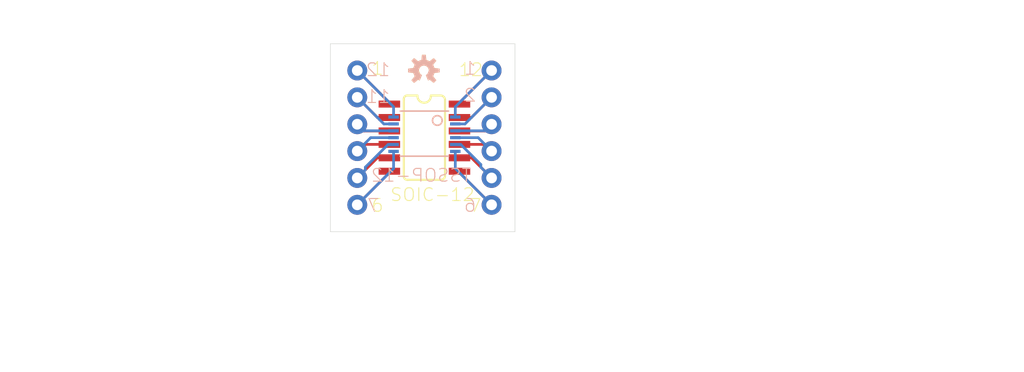
<source format=kicad_pcb>
(kicad_pcb (version 20171130) (host pcbnew 5.1.5-5.1.5)

  (general
    (thickness 1.6)
    (drawings 19)
    (tracks 52)
    (zones 0)
    (modules 7)
    (nets 13)
  )

  (page A4)
  (layers
    (0 Top signal)
    (31 Bottom signal)
    (32 B.Adhes user)
    (33 F.Adhes user)
    (34 B.Paste user)
    (35 F.Paste user)
    (36 B.SilkS user)
    (37 F.SilkS user)
    (38 B.Mask user)
    (39 F.Mask user)
    (40 Dwgs.User user)
    (41 Cmts.User user)
    (42 Eco1.User user)
    (43 Eco2.User user)
    (44 Edge.Cuts user)
    (45 Margin user)
    (46 B.CrtYd user)
    (47 F.CrtYd user)
    (48 B.Fab user)
    (49 F.Fab user hide)
  )

  (setup
    (last_trace_width 0.25)
    (trace_clearance 0.1524)
    (zone_clearance 0.508)
    (zone_45_only no)
    (trace_min 0.2)
    (via_size 0.8)
    (via_drill 0.4)
    (via_min_size 0.4)
    (via_min_drill 0.3)
    (uvia_size 0.3)
    (uvia_drill 0.1)
    (uvias_allowed no)
    (uvia_min_size 0.2)
    (uvia_min_drill 0.1)
    (edge_width 0.05)
    (segment_width 0.2)
    (pcb_text_width 0.3)
    (pcb_text_size 1.5 1.5)
    (mod_edge_width 0.12)
    (mod_text_size 1 1)
    (mod_text_width 0.15)
    (pad_size 1.524 1.524)
    (pad_drill 0.762)
    (pad_to_mask_clearance 0.051)
    (solder_mask_min_width 0.25)
    (aux_axis_origin 0 0)
    (visible_elements FFFFFF7F)
    (pcbplotparams
      (layerselection 0x010fc_ffffffff)
      (usegerberextensions false)
      (usegerberattributes false)
      (usegerberadvancedattributes false)
      (creategerberjobfile false)
      (excludeedgelayer true)
      (linewidth 0.100000)
      (plotframeref false)
      (viasonmask false)
      (mode 1)
      (useauxorigin false)
      (hpglpennumber 1)
      (hpglpenspeed 20)
      (hpglpendiameter 15.000000)
      (psnegative false)
      (psa4output false)
      (plotreference true)
      (plotvalue true)
      (plotinvisibletext false)
      (padsonsilk false)
      (subtractmaskfromsilk false)
      (outputformat 1)
      (mirror false)
      (drillshape 1)
      (scaleselection 1)
      (outputdirectory ""))
  )

  (net 0 "")
  (net 1 "Net-(JP2-Pad6)")
  (net 2 "Net-(JP2-Pad5)")
  (net 3 "Net-(JP2-Pad4)")
  (net 4 "Net-(JP2-Pad3)")
  (net 5 "Net-(JP2-Pad2)")
  (net 6 "Net-(JP2-Pad1)")
  (net 7 "Net-(JP1-Pad1)")
  (net 8 "Net-(JP1-Pad2)")
  (net 9 "Net-(JP1-Pad3)")
  (net 10 "Net-(JP1-Pad4)")
  (net 11 "Net-(JP1-Pad5)")
  (net 12 "Net-(JP1-Pad6)")

  (net_class Default "This is the default net class."
    (clearance 0.1524)
    (trace_width 0.25)
    (via_dia 0.8)
    (via_drill 0.4)
    (uvia_dia 0.3)
    (uvia_drill 0.1)
    (add_net "Net-(JP1-Pad1)")
    (add_net "Net-(JP1-Pad2)")
    (add_net "Net-(JP1-Pad3)")
    (add_net "Net-(JP1-Pad4)")
    (add_net "Net-(JP1-Pad5)")
    (add_net "Net-(JP1-Pad6)")
    (add_net "Net-(JP2-Pad1)")
    (add_net "Net-(JP2-Pad2)")
    (add_net "Net-(JP2-Pad3)")
    (add_net "Net-(JP2-Pad4)")
    (add_net "Net-(JP2-Pad5)")
    (add_net "Net-(JP2-Pad6)")
  )

  (module SOIC12-TSSOP12:CREATIVE_COMMONS (layer Top) (tedit 0) (tstamp 5ED2355A)
    (at 128.8541 126.7918)
    (path /73DA64CA)
    (fp_text reference FRAME1 (at 0 0) (layer F.SilkS) hide
      (effects (font (size 1.27 1.27) (thickness 0.15)))
    )
    (fp_text value FRAME-LETTER (at 0 0) (layer F.SilkS) hide
      (effects (font (size 1.27 1.27) (thickness 0.15)))
    )
    (fp_text user "Designed by:" (at 11.43 0) (layer F.Fab)
      (effects (font (size 1.6891 1.6891) (thickness 0.14224)) (justify left bottom))
    )
    (fp_text user " https://creativecommons.org/licenses/by-sa/4.0/" (at 0 -2.54) (layer F.Fab)
      (effects (font (size 1.6891 1.6891) (thickness 0.14224)) (justify left bottom))
    )
    (fp_text user "Released under the Creative Commons Attribution Share-Alike 4.0 License" (at -20.32 -5.08) (layer F.Fab)
      (effects (font (size 1.6891 1.6891) (thickness 0.14224)) (justify left bottom))
    )
  )

  (module SOIC12-TSSOP12:OSHW-LOGO-S (layer Top) (tedit 0) (tstamp 5ED23560)
    (at 148.6153 98.6486)
    (fp_text reference U$3 (at 0 0) (layer F.SilkS) hide
      (effects (font (size 1.27 1.27) (thickness 0.15)))
    )
    (fp_text value "" (at 0 0) (layer F.SilkS) hide
      (effects (font (size 1.27 1.27) (thickness 0.15)))
    )
    (fp_poly (pts (xy 0.3947 0.9528) (xy 0.5465 0.8746) (xy 0.9235 1.182) (xy 1.182 0.9235)
      (xy 0.8746 0.5465) (xy 1.0049 0.232) (xy 1.4888 0.1828) (xy 1.4888 -0.1828)
      (xy 1.0049 -0.232) (xy 0.8746 -0.5465) (xy 1.182 -0.9235) (xy 0.9235 -1.182)
      (xy 0.5465 -0.8746) (xy 0.394664 -0.952817) (xy 0.232 -1.0049) (xy 0.1828 -1.4888)
      (xy -0.1828 -1.4888) (xy -0.232 -1.0049) (xy -0.5465 -0.8746) (xy -0.9235 -1.182)
      (xy -1.182 -0.9235) (xy -0.8746 -0.5465) (xy -1.0049 -0.232) (xy -1.4888 -0.1828)
      (xy -1.4888 0.1828) (xy -1.0049 0.232) (xy -0.8746 0.5465) (xy -1.182 0.9235)
      (xy -0.9235 1.182) (xy -0.5465 0.8746) (xy -0.472221 0.916847) (xy -0.3947 0.9528)
      (xy -0.1794 0.4331) (xy -0.179399 0.4331) (xy -0.3315 0.331493) (xy -0.4688 0)
      (xy -0.446639 -0.142321) (xy -0.382309 -0.271193) (xy -0.281885 -0.374447) (xy -0.154849 -0.442333)
      (xy -0.013199 -0.468439) (xy 0.129691 -0.450302) (xy 0.260326 -0.389633) (xy 0.366372 -0.292161)
      (xy 0.437814 -0.167091) (xy 0.467906 -0.026234) (xy 0.453806 0.117111) (xy 0.396846 0.249406)
      (xy 0.302405 0.358159) (xy 0.1794 0.4331)) (layer F.SilkS) (width 0))
  )

  (module SOIC12-TSSOP12:OSHW-LOGO-S (layer Bottom) (tedit 0) (tstamp 5ED23564)
    (at 148.6153 98.6486 180)
    (fp_text reference U$4 (at 0 0 180) (layer B.SilkS) hide
      (effects (font (size 1.27 1.27) (thickness 0.15)) (justify mirror))
    )
    (fp_text value "" (at 0 0 180) (layer B.SilkS) hide
      (effects (font (size 1.27 1.27) (thickness 0.15)) (justify mirror))
    )
    (fp_poly (pts (xy 0.3947 -0.9528) (xy 0.5465 -0.8746) (xy 0.9235 -1.182) (xy 1.182 -0.9235)
      (xy 0.8746 -0.5465) (xy 1.0049 -0.232) (xy 1.4888 -0.1828) (xy 1.4888 0.1828)
      (xy 1.0049 0.232) (xy 0.8746 0.5465) (xy 1.182 0.9235) (xy 0.9235 1.182)
      (xy 0.5465 0.8746) (xy 0.394664 0.952817) (xy 0.232 1.0049) (xy 0.1828 1.4888)
      (xy -0.1828 1.4888) (xy -0.232 1.0049) (xy -0.5465 0.8746) (xy -0.9235 1.182)
      (xy -1.182 0.9235) (xy -0.8746 0.5465) (xy -1.0049 0.232) (xy -1.4888 0.1828)
      (xy -1.4888 -0.1828) (xy -1.0049 -0.232) (xy -0.8746 -0.5465) (xy -1.182 -0.9235)
      (xy -0.9235 -1.182) (xy -0.5465 -0.8746) (xy -0.472221 -0.916847) (xy -0.3947 -0.9528)
      (xy -0.1794 -0.4331) (xy -0.179399 -0.4331) (xy -0.3315 -0.331493) (xy -0.4688 0)
      (xy -0.446639 0.142321) (xy -0.382309 0.271193) (xy -0.281885 0.374447) (xy -0.154849 0.442333)
      (xy -0.013199 0.468439) (xy 0.129691 0.450302) (xy 0.260326 0.389633) (xy 0.366372 0.292161)
      (xy 0.437814 0.167091) (xy 0.467906 0.026234) (xy 0.453806 -0.117111) (xy 0.396846 -0.249406)
      (xy 0.302405 -0.358159) (xy 0.1794 -0.4331)) (layer B.SilkS) (width 0))
  )

  (module SOIC12-TSSOP12:SOIC-12 (layer Top) (tedit 0) (tstamp 5ED23568)
    (at 148.6661 104.9986 270)
    (path /BABD3B23)
    (fp_text reference U$1 (at -4.318 1.9685) (layer F.SilkS) hide
      (effects (font (size 1.2065 1.2065) (thickness 0.127)) (justify left bottom))
    )
    (fp_text value SOIC-12 (at 0 0 270) (layer F.SilkS) hide
      (effects (font (size 1.27 1.27) (thickness 0.15)) (justify right top))
    )
    (fp_poly (pts (xy 2.921 -2.2733) (xy 3.429 -2.2733) (xy 3.429 -3.7465) (xy 2.921 -3.7465)) (layer F.Fab) (width 0))
    (fp_poly (pts (xy 1.651 -2.2733) (xy 2.159 -2.2733) (xy 2.159 -3.7465) (xy 1.651 -3.7465)) (layer F.Fab) (width 0))
    (fp_poly (pts (xy 0.381 -2.2733) (xy 0.889 -2.2733) (xy 0.889 -3.7465) (xy 0.381 -3.7465)) (layer F.Fab) (width 0))
    (fp_poly (pts (xy -0.889 -2.2733) (xy -0.381 -2.2733) (xy -0.381 -3.7465) (xy -0.889 -3.7465)) (layer F.Fab) (width 0))
    (fp_poly (pts (xy -2.159 -2.2733) (xy -1.651 -2.2733) (xy -1.651 -3.7465) (xy -2.159 -3.7465)) (layer F.Fab) (width 0))
    (fp_poly (pts (xy -3.429 -2.2733) (xy -2.921 -2.2733) (xy -2.921 -3.7465) (xy -3.429 -3.7465)) (layer F.Fab) (width 0))
    (fp_poly (pts (xy 2.921 3.7465) (xy 3.429 3.7465) (xy 3.429 2.2733) (xy 2.921 2.2733)) (layer F.Fab) (width 0))
    (fp_poly (pts (xy 1.651 3.7465) (xy 2.159 3.7465) (xy 2.159 2.2733) (xy 1.651 2.2733)) (layer F.Fab) (width 0))
    (fp_poly (pts (xy 0.381 3.7465) (xy 0.889 3.7465) (xy 0.889 2.2733) (xy 0.381 2.2733)) (layer F.Fab) (width 0))
    (fp_poly (pts (xy -0.889 3.7465) (xy -0.381 3.7465) (xy -0.381 2.2733) (xy -0.889 2.2733)) (layer F.Fab) (width 0))
    (fp_poly (pts (xy -2.159 3.7465) (xy -1.651 3.7465) (xy -1.651 2.2733) (xy -2.159 2.2733)) (layer F.Fab) (width 0))
    (fp_poly (pts (xy -3.429 3.7465) (xy -2.921 3.7465) (xy -2.921 2.2733) (xy -3.429 2.2733)) (layer F.Fab) (width 0))
    (fp_line (start -3.9878 1.6653) (end -3.9878 0.6604) (layer F.SilkS) (width 0.2032))
    (fp_line (start -3.9878 -1.4526) (end -3.9878 -0.6096) (layer F.SilkS) (width 0.2032))
    (fp_arc (start -3.937 0.0254) (end -3.937 -0.6096) (angle 180) (layer F.SilkS) (width 0.2032))
    (fp_line (start 3.9878 1.5653) (end 3.9878 -1.5653) (layer F.SilkS) (width 0.2032))
    (fp_line (start -3.6068 1.9463) (end 3.7068 1.9463) (layer F.SilkS) (width 0.2032))
    (fp_arc (start -3.656947 1.6155) (end -3.9878 1.6653) (angle -90.060185) (layer F.SilkS) (width 0.2032))
    (fp_arc (start 3.606899 -1.565399) (end 3.6068 -1.9463) (angle 90.030084) (layer F.SilkS) (width 0.2032))
    (fp_arc (start -3.5569 -1.515379) (end -3.9878 -1.4653) (angle 90.023829) (layer F.SilkS) (width 0.2032))
    (fp_arc (start 3.6568 1.6153) (end 3.7068 1.9463) (angle -90) (layer F.SilkS) (width 0.2032))
    (fp_line (start 3.6068 -1.9463) (end -3.6068 -1.9463) (layer F.SilkS) (width 0.2032))
    (pad 12 smd rect (at -3.175 -3.3147 270) (size 0.6604 2.032) (layers Top F.Paste F.Mask)
      (net 1 "Net-(JP2-Pad6)") (solder_mask_margin 0.0762))
    (pad 11 smd rect (at -1.905 -3.3147 270) (size 0.6604 2.032) (layers Top F.Paste F.Mask)
      (net 2 "Net-(JP2-Pad5)") (solder_mask_margin 0.0762))
    (pad 10 smd rect (at -0.635 -3.3147 270) (size 0.6604 2.032) (layers Top F.Paste F.Mask)
      (net 3 "Net-(JP2-Pad4)") (solder_mask_margin 0.0762))
    (pad 9 smd rect (at 0.635 -3.3147 270) (size 0.6604 2.032) (layers Top F.Paste F.Mask)
      (net 4 "Net-(JP2-Pad3)") (solder_mask_margin 0.0762))
    (pad 8 smd rect (at 1.905 -3.3147 270) (size 0.6604 2.032) (layers Top F.Paste F.Mask)
      (net 5 "Net-(JP2-Pad2)") (solder_mask_margin 0.0762))
    (pad 7 smd rect (at 3.175 -3.3147 270) (size 0.6604 2.032) (layers Top F.Paste F.Mask)
      (net 6 "Net-(JP2-Pad1)") (solder_mask_margin 0.0762))
    (pad 6 smd rect (at 3.175 3.3147 270) (size 0.6604 2.032) (layers Top F.Paste F.Mask)
      (net 7 "Net-(JP1-Pad1)") (solder_mask_margin 0.0762))
    (pad 5 smd rect (at 1.905 3.3147 270) (size 0.6604 2.032) (layers Top F.Paste F.Mask)
      (net 8 "Net-(JP1-Pad2)") (solder_mask_margin 0.0762))
    (pad 4 smd rect (at 0.635 3.3147 270) (size 0.6604 2.032) (layers Top F.Paste F.Mask)
      (net 9 "Net-(JP1-Pad3)") (solder_mask_margin 0.0762))
    (pad 3 smd rect (at -0.635 3.3147 270) (size 0.6604 2.032) (layers Top F.Paste F.Mask)
      (net 10 "Net-(JP1-Pad4)") (solder_mask_margin 0.0762))
    (pad 2 smd rect (at -1.905 3.3147 270) (size 0.6604 2.032) (layers Top F.Paste F.Mask)
      (net 11 "Net-(JP1-Pad5)") (solder_mask_margin 0.0762))
    (pad 1 smd rect (at -3.175 3.3147 270) (size 0.6604 2.032) (layers Top F.Paste F.Mask)
      (net 12 "Net-(JP1-Pad6)") (solder_mask_margin 0.0762))
  )

  (module SOIC12-TSSOP12:TSSOP12 (layer Bottom) (tedit 0) (tstamp 5ED2358D)
    (at 148.6661 104.9986 270)
    (path /A8B04D1A)
    (fp_text reference U$2 (at -2.8956 -2.0828 180) (layer B.SilkS) hide
      (effects (font (size 0.9652 0.9652) (thickness 0.1016)) (justify right bottom mirror))
    )
    (fp_text value TSSOP-12 (at 3.1242 -2.0828 180) (layer B.Fab) hide
      (effects (font (size 0.9652 0.9652) (thickness 0.1016)) (justify right bottom mirror))
    )
    (fp_poly (pts (xy -2.0516 2.2828) (xy -1.8484 2.2828) (xy -1.8484 3.121) (xy -2.0516 3.121)) (layer B.Fab) (width 0))
    (fp_poly (pts (xy -1.4016 2.2828) (xy -1.1984 2.2828) (xy -1.1984 3.121) (xy -1.4016 3.121)) (layer B.Fab) (width 0))
    (fp_poly (pts (xy -0.7516 2.2828) (xy -0.5484 2.2828) (xy -0.5484 3.121) (xy -0.7516 3.121)) (layer B.Fab) (width 0))
    (fp_poly (pts (xy -0.1016 2.2828) (xy 0.1016 2.2828) (xy 0.1016 3.121) (xy -0.1016 3.121)) (layer B.Fab) (width 0))
    (fp_poly (pts (xy 0.5484 2.2828) (xy 0.7516 2.2828) (xy 0.7516 3.121) (xy 0.5484 3.121)) (layer B.Fab) (width 0))
    (fp_poly (pts (xy 1.1984 2.2828) (xy 1.4016 2.2828) (xy 1.4016 3.121) (xy 1.1984 3.121)) (layer B.Fab) (width 0))
    (fp_poly (pts (xy 1.1984 -3.121) (xy 1.4016 -3.121) (xy 1.4016 -2.2828) (xy 1.1984 -2.2828)) (layer B.Fab) (width 0))
    (fp_poly (pts (xy 0.5484 -3.121) (xy 0.7516 -3.121) (xy 0.7516 -2.2828) (xy 0.5484 -2.2828)) (layer B.Fab) (width 0))
    (fp_poly (pts (xy -0.1016 -3.121) (xy 0.1016 -3.121) (xy 0.1016 -2.2828) (xy -0.1016 -2.2828)) (layer B.Fab) (width 0))
    (fp_poly (pts (xy -0.7516 -3.121) (xy -0.5484 -3.121) (xy -0.5484 -2.2828) (xy -0.7516 -2.2828)) (layer B.Fab) (width 0))
    (fp_poly (pts (xy -1.4016 -3.121) (xy -1.1984 -3.121) (xy -1.1984 -2.2828) (xy -1.4016 -2.2828)) (layer B.Fab) (width 0))
    (fp_poly (pts (xy -2.0516 -3.121) (xy -1.8484 -3.121) (xy -1.8484 -2.2828) (xy -2.0516 -2.2828)) (layer B.Fab) (width 0))
    (fp_circle (center -1.6256 -1.2192) (end -1.1684 -1.2192) (layer B.SilkS) (width 0.1524))
    (fp_line (start -2.5146 -2.2828) (end -2.5146 2.2828) (layer B.SilkS) (width 0.1524))
    (fp_line (start 1.7526 2.2828) (end -2.5146 2.2828) (layer B.Fab) (width 0.1524))
    (fp_line (start 1.7526 2.2828) (end 1.7526 -2.2828) (layer B.SilkS) (width 0.1524))
    (fp_line (start -2.5146 -2.2828) (end 1.7526 -2.2828) (layer B.Fab) (width 0.1524))
    (pad 12 smd rect (at -1.95 2.9178 270) (size 0.3048 0.9906) (layers Bottom B.Paste B.Mask)
      (net 12 "Net-(JP1-Pad6)") (solder_mask_margin 0.0762))
    (pad 11 smd rect (at -1.3 2.9178 270) (size 0.3048 0.9906) (layers Bottom B.Paste B.Mask)
      (net 11 "Net-(JP1-Pad5)") (solder_mask_margin 0.0762))
    (pad 10 smd rect (at -0.65 2.9178 270) (size 0.3048 0.9906) (layers Bottom B.Paste B.Mask)
      (net 10 "Net-(JP1-Pad4)") (solder_mask_margin 0.0762))
    (pad 9 smd rect (at 0 2.9178 270) (size 0.3048 0.9906) (layers Bottom B.Paste B.Mask)
      (net 9 "Net-(JP1-Pad3)") (solder_mask_margin 0.0762))
    (pad 8 smd rect (at 0.65 2.9178 270) (size 0.3048 0.9906) (layers Bottom B.Paste B.Mask)
      (net 8 "Net-(JP1-Pad2)") (solder_mask_margin 0.0762))
    (pad 7 smd rect (at 1.3 2.9178 270) (size 0.3048 0.9906) (layers Bottom B.Paste B.Mask)
      (net 7 "Net-(JP1-Pad1)") (solder_mask_margin 0.0762))
    (pad 6 smd rect (at 1.3 -2.9178 270) (size 0.3048 0.9906) (layers Bottom B.Paste B.Mask)
      (net 6 "Net-(JP2-Pad1)") (solder_mask_margin 0.0762))
    (pad 5 smd rect (at 0.65 -2.9178 270) (size 0.3048 0.9906) (layers Bottom B.Paste B.Mask)
      (net 5 "Net-(JP2-Pad2)") (solder_mask_margin 0.0762))
    (pad 4 smd rect (at 0 -2.9178 270) (size 0.3048 0.9906) (layers Bottom B.Paste B.Mask)
      (net 4 "Net-(JP2-Pad3)") (solder_mask_margin 0.0762))
    (pad 3 smd rect (at -0.65 -2.9178 270) (size 0.3048 0.9906) (layers Bottom B.Paste B.Mask)
      (net 3 "Net-(JP2-Pad4)") (solder_mask_margin 0.0762))
    (pad 2 smd rect (at -1.3 -2.9178 270) (size 0.3048 0.9906) (layers Bottom B.Paste B.Mask)
      (net 2 "Net-(JP2-Pad5)") (solder_mask_margin 0.0762))
    (pad 1 smd rect (at -1.95 -2.9178 270) (size 0.3048 0.9906) (layers Bottom B.Paste B.Mask)
      (net 1 "Net-(JP2-Pad6)") (solder_mask_margin 0.0762))
  )

  (module SOIC12-TSSOP12:1X06_NO_SILK (layer Top) (tedit 0) (tstamp 5ED235AD)
    (at 142.3161 111.3486 90)
    (path /2F430EF2)
    (fp_text reference JP1 (at -1.3462 -1.8288 90) (layer F.SilkS) hide
      (effects (font (size 1.2065 1.2065) (thickness 0.127)) (justify left bottom))
    )
    (fp_text value M06NO_SILK (at -1.27 3.175 90) (layer F.Fab)
      (effects (font (size 1.2065 1.2065) (thickness 0.09652)) (justify left bottom))
    )
    (fp_poly (pts (xy -0.254 0.254) (xy 0.254 0.254) (xy 0.254 -0.254) (xy -0.254 -0.254)) (layer F.Fab) (width 0))
    (fp_poly (pts (xy 2.286 0.254) (xy 2.794 0.254) (xy 2.794 -0.254) (xy 2.286 -0.254)) (layer F.Fab) (width 0))
    (fp_poly (pts (xy 4.826 0.254) (xy 5.334 0.254) (xy 5.334 -0.254) (xy 4.826 -0.254)) (layer F.Fab) (width 0))
    (fp_poly (pts (xy 7.366 0.254) (xy 7.874 0.254) (xy 7.874 -0.254) (xy 7.366 -0.254)) (layer F.Fab) (width 0))
    (fp_poly (pts (xy 9.906 0.254) (xy 10.414 0.254) (xy 10.414 -0.254) (xy 9.906 -0.254)) (layer F.Fab) (width 0))
    (fp_poly (pts (xy 12.446 0.254) (xy 12.954 0.254) (xy 12.954 -0.254) (xy 12.446 -0.254)) (layer F.Fab) (width 0))
    (pad 6 thru_hole circle (at 12.7 0 180) (size 1.8796 1.8796) (drill 1.016) (layers *.Cu *.Mask)
      (net 12 "Net-(JP1-Pad6)") (solder_mask_margin 0.0762))
    (pad 5 thru_hole circle (at 10.16 0 180) (size 1.8796 1.8796) (drill 1.016) (layers *.Cu *.Mask)
      (net 11 "Net-(JP1-Pad5)") (solder_mask_margin 0.0762))
    (pad 4 thru_hole circle (at 7.62 0 180) (size 1.8796 1.8796) (drill 1.016) (layers *.Cu *.Mask)
      (net 10 "Net-(JP1-Pad4)") (solder_mask_margin 0.0762))
    (pad 3 thru_hole circle (at 5.08 0 180) (size 1.8796 1.8796) (drill 1.016) (layers *.Cu *.Mask)
      (net 9 "Net-(JP1-Pad3)") (solder_mask_margin 0.0762))
    (pad 2 thru_hole circle (at 2.54 0 180) (size 1.8796 1.8796) (drill 1.016) (layers *.Cu *.Mask)
      (net 8 "Net-(JP1-Pad2)") (solder_mask_margin 0.0762))
    (pad 1 thru_hole circle (at 0 0 180) (size 1.8796 1.8796) (drill 1.016) (layers *.Cu *.Mask)
      (net 7 "Net-(JP1-Pad1)") (solder_mask_margin 0.0762))
  )

  (module SOIC12-TSSOP12:1X06_NO_SILK (layer Top) (tedit 0) (tstamp 5ED235BC)
    (at 155.0161 111.3486 90)
    (path /FA93C76E)
    (fp_text reference JP2 (at -1.3462 -1.8288 90) (layer F.SilkS) hide
      (effects (font (size 1.2065 1.2065) (thickness 0.127)) (justify left bottom))
    )
    (fp_text value M06NO_SILK (at -1.27 3.175 90) (layer F.Fab)
      (effects (font (size 1.2065 1.2065) (thickness 0.09652)) (justify left bottom))
    )
    (fp_poly (pts (xy -0.254 0.254) (xy 0.254 0.254) (xy 0.254 -0.254) (xy -0.254 -0.254)) (layer F.Fab) (width 0))
    (fp_poly (pts (xy 2.286 0.254) (xy 2.794 0.254) (xy 2.794 -0.254) (xy 2.286 -0.254)) (layer F.Fab) (width 0))
    (fp_poly (pts (xy 4.826 0.254) (xy 5.334 0.254) (xy 5.334 -0.254) (xy 4.826 -0.254)) (layer F.Fab) (width 0))
    (fp_poly (pts (xy 7.366 0.254) (xy 7.874 0.254) (xy 7.874 -0.254) (xy 7.366 -0.254)) (layer F.Fab) (width 0))
    (fp_poly (pts (xy 9.906 0.254) (xy 10.414 0.254) (xy 10.414 -0.254) (xy 9.906 -0.254)) (layer F.Fab) (width 0))
    (fp_poly (pts (xy 12.446 0.254) (xy 12.954 0.254) (xy 12.954 -0.254) (xy 12.446 -0.254)) (layer F.Fab) (width 0))
    (pad 6 thru_hole circle (at 12.7 0 180) (size 1.8796 1.8796) (drill 1.016) (layers *.Cu *.Mask)
      (net 1 "Net-(JP2-Pad6)") (solder_mask_margin 0.0762))
    (pad 5 thru_hole circle (at 10.16 0 180) (size 1.8796 1.8796) (drill 1.016) (layers *.Cu *.Mask)
      (net 2 "Net-(JP2-Pad5)") (solder_mask_margin 0.0762))
    (pad 4 thru_hole circle (at 7.62 0 180) (size 1.8796 1.8796) (drill 1.016) (layers *.Cu *.Mask)
      (net 3 "Net-(JP2-Pad4)") (solder_mask_margin 0.0762))
    (pad 3 thru_hole circle (at 5.08 0 180) (size 1.8796 1.8796) (drill 1.016) (layers *.Cu *.Mask)
      (net 4 "Net-(JP2-Pad3)") (solder_mask_margin 0.0762))
    (pad 2 thru_hole circle (at 2.54 0 180) (size 1.8796 1.8796) (drill 1.016) (layers *.Cu *.Mask)
      (net 5 "Net-(JP2-Pad2)") (solder_mask_margin 0.0762))
    (pad 1 thru_hole circle (at 0 0 180) (size 1.8796 1.8796) (drill 1.016) (layers *.Cu *.Mask)
      (net 6 "Net-(JP2-Pad1)") (solder_mask_margin 0.0762))
  )

  (dimension 17.77 (width 0.15) (layer Dwgs.User)
    (gr_text "17.770 mm" (at 160.05 105.0036 270) (layer Dwgs.User)
      (effects (font (size 1 1) (thickness 0.15)))
    )
    (feature1 (pts (xy 157.2261 113.8886) (xy 159.336421 113.8886)))
    (feature2 (pts (xy 157.2261 96.1186) (xy 159.336421 96.1186)))
    (crossbar (pts (xy 158.75 96.1186) (xy 158.75 113.8886)))
    (arrow1a (pts (xy 158.75 113.8886) (xy 158.163579 112.762096)))
    (arrow1b (pts (xy 158.75 113.8886) (xy 159.336421 112.762096)))
    (arrow2a (pts (xy 158.75 96.1186) (xy 158.163579 97.245104)))
    (arrow2b (pts (xy 158.75 96.1186) (xy 159.336421 97.245104)))
  )
  (dimension 17.45 (width 0.15) (layer Dwgs.User)
    (gr_text "17.450 mm" (at 148.5011 92.68) (layer Dwgs.User)
      (effects (font (size 1 1) (thickness 0.15)))
    )
    (feature1 (pts (xy 157.2261 96.1186) (xy 157.2261 93.393579)))
    (feature2 (pts (xy 139.7761 96.1186) (xy 139.7761 93.393579)))
    (crossbar (pts (xy 139.7761 93.98) (xy 157.2261 93.98)))
    (arrow1a (pts (xy 157.2261 93.98) (xy 156.099596 94.566421)))
    (arrow1b (pts (xy 157.2261 93.98) (xy 156.099596 93.393579)))
    (arrow2a (pts (xy 139.7761 93.98) (xy 140.902604 94.566421)))
    (arrow2b (pts (xy 139.7761 93.98) (xy 140.902604 93.393579)))
  )
  (gr_line (start 139.7761 113.8886) (end 157.2261 113.8886) (layer Edge.Cuts) (width 0.05) (tstamp 5336D270))
  (gr_line (start 157.2261 113.8886) (end 157.2261 96.1186) (layer Edge.Cuts) (width 0.05) (tstamp 5336D720))
  (gr_line (start 157.2261 96.1186) (end 139.7761 96.1186) (layer Edge.Cuts) (width 0.05) (tstamp 5427B280))
  (gr_line (start 139.7761 96.1186) (end 139.7761 113.8886) (layer Edge.Cuts) (width 0.05) (tstamp 5427B700))
  (gr_text TSSOP-12 (at 153.1619 109.2658) (layer B.SilkS) (tstamp 5427BC30)
    (effects (font (size 1.2065 1.2065) (thickness 0.1016)) (justify left bottom mirror))
  )
  (gr_text SOIC-12 (at 145.3641 111.0946) (layer F.SilkS) (tstamp 5427C120)
    (effects (font (size 1.2065 1.2065) (thickness 0.1016)) (justify left bottom))
  )
  (gr_text 1 (at 143.5861 99.1566) (layer F.SilkS) (tstamp 5427C580)
    (effects (font (size 1.2065 1.2065) (thickness 0.1016)) (justify left bottom))
  )
  (gr_text 6 (at 143.5861 112.1106) (layer F.SilkS) (tstamp 5335EFD0)
    (effects (font (size 1.2065 1.2065) (thickness 0.1016)) (justify left bottom))
  )
  (gr_text 7 (at 152.8571 112.1106) (layer F.SilkS) (tstamp 5335F380)
    (effects (font (size 1.2065 1.2065) (thickness 0.1016)) (justify left bottom))
  )
  (gr_text 12 (at 151.8411 99.2836) (layer F.SilkS) (tstamp 5335F7C0)
    (effects (font (size 1.2065 1.2065) (thickness 0.1016)) (justify left bottom))
  )
  (gr_text 1 (at 153.6191 99.1566) (layer B.SilkS) (tstamp 5335FC00)
    (effects (font (size 1.2065 1.2065) (thickness 0.1016)) (justify left bottom mirror))
  )
  (gr_text 2 (at 153.6191 101.6966) (layer B.SilkS) (tstamp 533600C0)
    (effects (font (size 1.2065 1.2065) (thickness 0.1016)) (justify left bottom mirror))
  )
  (gr_text 6 (at 153.6191 112.1106) (layer B.SilkS) (tstamp 53360580)
    (effects (font (size 1.2065 1.2065) (thickness 0.1016)) (justify left bottom mirror))
  )
  (gr_text 7 (at 144.4751 112.1106) (layer B.SilkS) (tstamp 53360A40)
    (effects (font (size 1.2065 1.2065) (thickness 0.1016)) (justify left bottom mirror))
  )
  (gr_text 11 (at 145.4911 101.8236) (layer B.SilkS) (tstamp 5426EDA0)
    (effects (font (size 1.2065 1.2065) (thickness 0.1016)) (justify left bottom mirror))
  )
  (gr_text 12 (at 145.4911 99.2836) (layer B.SilkS) (tstamp 5426F250)
    (effects (font (size 1.2065 1.2065) (thickness 0.1016)) (justify left bottom mirror))
  )
  (gr_text "Kevin Neubauer" (at 155.2701 126.8426) (layer F.Fab) (tstamp 5426F700)
    (effects (font (size 1.6891 1.6891) (thickness 0.14224)) (justify left bottom))
  )

  (segment (start 151.9808 101.8236) (end 151.9808 101.6839) (width 0.254) (layer Top) (net 1) (tstamp 54243230))
  (segment (start 151.9808 101.6839) (end 155.0161 98.6486) (width 0.254) (layer Top) (net 1) (tstamp 54243770))
  (segment (start 151.5839 103.0486) (end 151.5839 102.0808) (width 0.254) (layer Bottom) (net 1) (tstamp 54243C30))
  (segment (start 151.5839 102.0808) (end 155.0161 98.6486) (width 0.254) (layer Bottom) (net 1) (tstamp 542440E0))
  (segment (start 151.9808 103.0936) (end 153.1111 103.0936) (width 0.254) (layer Top) (net 2) (tstamp 54244D00))
  (segment (start 153.1111 103.0936) (end 155.0161 101.1886) (width 0.254) (layer Top) (net 2) (tstamp 54245240))
  (segment (start 151.5839 103.6986) (end 152.5061 103.6986) (width 0.254) (layer Bottom) (net 2) (tstamp 54245700))
  (segment (start 152.5061 103.6986) (end 155.0161 101.1886) (width 0.254) (layer Bottom) (net 2) (tstamp 54245B90))
  (segment (start 151.9808 104.3636) (end 154.3811 104.3636) (width 0.254) (layer Top) (net 3) (tstamp 54246770))
  (segment (start 154.3811 104.3636) (end 155.0161 103.7286) (width 0.254) (layer Top) (net 3) (tstamp 54246CB0))
  (segment (start 151.5839 104.3486) (end 154.3961 104.3486) (width 0.254) (layer Bottom) (net 3) (tstamp 54247170))
  (segment (start 154.3961 104.3486) (end 155.0161 103.7286) (width 0.254) (layer Bottom) (net 3) (tstamp 54247620))
  (segment (start 151.9808 105.6336) (end 154.3811 105.6336) (width 0.254) (layer Top) (net 4) (tstamp 54248220))
  (segment (start 154.3811 105.6336) (end 155.0161 106.2686) (width 0.254) (layer Top) (net 4) (tstamp 54248760))
  (segment (start 151.5839 104.9986) (end 153.7461 104.9986) (width 0.254) (layer Bottom) (net 4) (tstamp 54248C20))
  (segment (start 153.7461 104.9986) (end 155.0161 106.2686) (width 0.254) (layer Bottom) (net 4) (tstamp 542490D0))
  (segment (start 151.9808 106.9036) (end 153.1111 106.9036) (width 0.254) (layer Top) (net 5) (tstamp 54249CD0))
  (segment (start 153.1111 106.9036) (end 155.0161 108.8086) (width 0.254) (layer Top) (net 5) (tstamp 5424A210))
  (segment (start 151.5839 105.6486) (end 152.1101 105.6486) (width 0.254) (layer Bottom) (net 5) (tstamp 5424A6D0))
  (segment (start 152.1101 105.6486) (end 154.0001 107.5386) (width 0.254) (layer Bottom) (net 5) (tstamp 5424AB90))
  (segment (start 154.0001 107.5386) (end 154.0001 107.7926) (width 0.254) (layer Bottom) (net 5) (tstamp 5424B050))
  (segment (start 154.0001 107.7926) (end 155.0161 108.8086) (width 0.254) (layer Bottom) (net 5) (tstamp 5424B520))
  (segment (start 151.9808 108.1736) (end 151.9808 108.3133) (width 0.254) (layer Top) (net 6) (tstamp 5424C140))
  (segment (start 151.9808 108.3133) (end 155.0161 111.3486) (width 0.254) (layer Top) (net 6) (tstamp 5424C680))
  (segment (start 151.5839 106.2986) (end 151.5839 107.9164) (width 0.254) (layer Bottom) (net 6) (tstamp 5424CB40))
  (segment (start 151.5839 107.9164) (end 155.0161 111.3486) (width 0.254) (layer Bottom) (net 6) (tstamp 5424D010))
  (segment (start 145.3514 108.1736) (end 145.3514 108.3133) (width 0.254) (layer Top) (net 7) (tstamp 54241740))
  (segment (start 145.3514 108.3133) (end 142.3161 111.3486) (width 0.254) (layer Top) (net 7) (tstamp 54241C80))
  (segment (start 145.7483 106.2986) (end 145.7483 107.9164) (width 0.254) (layer Bottom) (net 7) (tstamp 54242140))
  (segment (start 145.7483 107.9164) (end 142.3161 111.3486) (width 0.254) (layer Bottom) (net 7) (tstamp 54242610))
  (segment (start 145.3514 106.9036) (end 144.2211 106.9036) (width 0.254) (layer Top) (net 8) (tstamp 5423F350))
  (segment (start 144.2211 106.9036) (end 142.3161 108.8086) (width 0.254) (layer Top) (net 8) (tstamp 5423F880))
  (segment (start 145.7483 105.6486) (end 145.2221 105.6486) (width 0.254) (layer Bottom) (net 8) (tstamp 5423FD30))
  (segment (start 145.2221 105.6486) (end 143.0781 107.7926) (width 0.254) (layer Bottom) (net 8) (tstamp 542401E0))
  (segment (start 143.0781 107.7926) (end 143.0781 108.0466) (width 0.254) (layer Bottom) (net 8) (tstamp 54240690))
  (segment (start 143.0781 108.0466) (end 142.3161 108.8086) (width 0.254) (layer Bottom) (net 8) (tstamp 54240B50))
  (segment (start 145.3514 105.6336) (end 142.9511 105.6336) (width 0.254) (layer Top) (net 9) (tstamp 5423D8E0))
  (segment (start 142.9511 105.6336) (end 142.3161 106.2686) (width 0.254) (layer Top) (net 9) (tstamp 5423DE10))
  (segment (start 145.7483 104.9986) (end 143.5861 104.9986) (width 0.254) (layer Bottom) (net 9) (tstamp 5423E2C0))
  (segment (start 143.5861 104.9986) (end 142.3161 106.2686) (width 0.254) (layer Bottom) (net 9) (tstamp 5423E770))
  (segment (start 145.3514 104.3636) (end 142.9511 104.3636) (width 0.254) (layer Top) (net 10) (tstamp 5423BE70))
  (segment (start 142.9511 104.3636) (end 142.3161 103.7286) (width 0.254) (layer Top) (net 10) (tstamp 5423C3A0))
  (segment (start 145.7483 104.3486) (end 142.9361 104.3486) (width 0.254) (layer Bottom) (net 10) (tstamp 5423C850))
  (segment (start 142.9361 104.3486) (end 142.3161 103.7286) (width 0.254) (layer Bottom) (net 10) (tstamp 5423CD00))
  (segment (start 145.3514 103.0936) (end 144.2211 103.0936) (width 0.254) (layer Top) (net 11) (tstamp 5423A400))
  (segment (start 144.2211 103.0936) (end 142.3161 101.1886) (width 0.254) (layer Top) (net 11) (tstamp 5423A930))
  (segment (start 145.7483 103.6986) (end 144.8261 103.6986) (width 0.254) (layer Bottom) (net 11) (tstamp 5423ADE0))
  (segment (start 144.8261 103.6986) (end 142.3161 101.1886) (width 0.254) (layer Bottom) (net 11) (tstamp 5423B290))
  (segment (start 145.3514 101.8236) (end 145.3514 101.6839) (width 0.254) (layer Top) (net 12) (tstamp 54238950))
  (segment (start 145.3514 101.6839) (end 142.3161 98.6486) (width 0.254) (layer Top) (net 12) (tstamp 54238E90))
  (segment (start 145.7483 103.0486) (end 145.7483 102.0808) (width 0.254) (layer Bottom) (net 12) (tstamp 54239350))
  (segment (start 145.7483 102.0808) (end 142.3161 98.6486) (width 0.254) (layer Bottom) (net 12) (tstamp 54239800))

)

</source>
